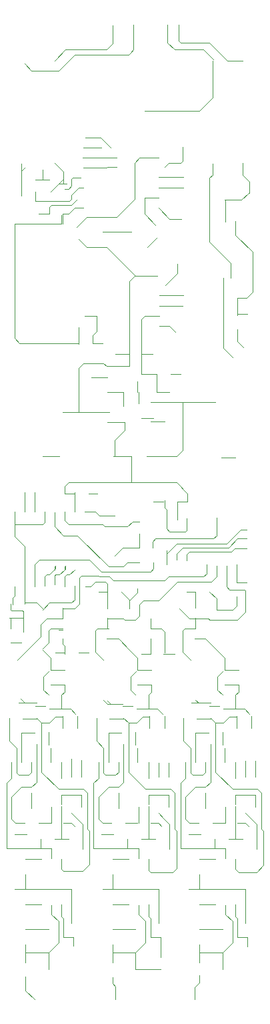
<source format=gtl>
*%FSLAX23Y23*%
*%MOIN*%
G01*
D20*
X4438Y4267D02*
X4553Y4382D01*
X4893Y4732D02*
X4738Y4887D01*
X4913Y2807D02*
X5028D01*
X4968D02*
X4913D01*
X5348D02*
X5403D01*
X5348D02*
X5463D01*
X4593D02*
X4478D01*
X4533D01*
X5028Y2722D02*
X5153D01*
X5348Y2922D02*
X5463D01*
X4718Y2882D02*
X4668D01*
X4593Y2922D02*
X4478D01*
X5103Y2882D02*
X5153D01*
X5028Y2922D02*
X4913D01*
X5538Y2882D02*
X5588D01*
X5353Y3122D02*
X5293D01*
X4913D02*
X4863D01*
X4478D02*
X4423D01*
X5348D02*
X5578D01*
X4708D02*
X4478D01*
Y3047D02*
X4558D01*
X4913Y3122D02*
X5143D01*
X4993Y3047D02*
X4913D01*
X5348D02*
X5428D01*
X4743Y3212D02*
X4668D01*
X4708D02*
X4763D01*
X5103Y3207D02*
X5213D01*
X5173D01*
X5543D02*
X5633D01*
X4918Y3397D02*
X4858D01*
X5068Y3372D02*
X5128D01*
X5093D02*
X5058D01*
X4898Y3397D02*
X4858D01*
X4973Y3327D02*
X5043D01*
X4998D02*
X4858D01*
X4818D01*
X5253D02*
X5293D01*
X5433D01*
X5408D02*
X5478D01*
X5333Y3397D02*
X5293D01*
X5493Y3372D02*
X5528D01*
X5503D02*
X5563D01*
X5353Y3397D02*
X5293D01*
X4483D02*
X4423D01*
X4633Y3372D02*
X4693D01*
X4658D02*
X4623D01*
X4463Y3397D02*
X4423D01*
X4538Y3327D02*
X4608D01*
X4563D02*
X4423D01*
X4383D01*
X4478Y3272D02*
X4558D01*
X4913D02*
X4993D01*
X5348D02*
X5428D01*
X5203Y3622D02*
X5153D01*
X5183D02*
X5078D01*
X5093Y3592D02*
X5193D01*
X5528D02*
X5628D01*
X5618Y3622D02*
X5513D01*
X5588D02*
X5638D01*
X4708Y3452D02*
X4668D01*
X4473D02*
X4428D01*
X4543D02*
X4603D01*
X4718Y3622D02*
X4768D01*
X4748D02*
X4643D01*
X4658Y3592D02*
X4758D01*
X5103Y3452D02*
X5143D01*
X4908D02*
X4863D01*
X4978D02*
X5038D01*
X5413D02*
X5473D01*
X5343D02*
X5298D01*
X5538D02*
X5578D01*
X5363Y3692D02*
X5313D01*
X4493D02*
X4443D01*
X4473Y3632D02*
X4508D01*
X4458D01*
X4878Y3692D02*
X4928D01*
X4943Y3632D02*
X4908D01*
X4893D02*
X4943D01*
X5328D02*
X5378D01*
X5343D01*
X4968Y3972D02*
X4898D01*
X5063Y3982D02*
X5098D01*
X5033Y3952D02*
X4993D01*
X5328Y3902D02*
X5393D01*
X5428Y3952D02*
X5468D01*
X5498Y3982D02*
X5533D01*
X5403Y3972D02*
X5333D01*
X4533D02*
X4463D01*
X4628Y3982D02*
X4663D01*
X4598Y3952D02*
X4558D01*
X4523Y3902D02*
X4458D01*
X4893D02*
X4958D01*
X5038Y4142D02*
X5108D01*
X5473D02*
X5543D01*
X4683Y4022D02*
X4658D01*
X4673Y4142D02*
X4603D01*
X4598Y4022D02*
X4688D01*
X4673D02*
X4703D01*
X4513Y4052D02*
X4443D01*
X4483D02*
X4533D01*
X4528Y4037D02*
X4578D01*
X5093Y4022D02*
X5118D01*
X5123D02*
X5033D01*
X5108D02*
X5138D01*
X5013Y4037D02*
X4963D01*
X5398D02*
X5448D01*
X5543Y4022D02*
X5573D01*
X5558D02*
X5468D01*
X5528D02*
X5553D01*
X4963Y4047D02*
X4888D01*
X5308Y4052D02*
X5403D01*
X4458Y4352D02*
X4403D01*
X4603Y4217D02*
X4673D01*
X5038D02*
X5108D01*
X5473D02*
X5543D01*
X4943Y4372D02*
X4883D01*
X5058Y4297D02*
X5103D01*
X4673Y4302D02*
X4628D01*
X4743D02*
X4793D01*
X5168Y4297D02*
X5223D01*
X5323Y4372D02*
X5378D01*
X4458Y6582D02*
Y6662D01*
Y6697D02*
Y6742D01*
Y6707D02*
Y6667D01*
X4473Y5102D02*
Y5007D01*
X4468Y4477D02*
Y4407D01*
X4403Y4422D02*
Y4477D01*
X4423Y4897D02*
Y4942D01*
X4413Y4577D02*
Y4542D01*
X4423Y4587D02*
Y4632D01*
X4403Y4547D02*
Y4517D01*
X4468Y4507D02*
Y4477D01*
X4423Y4882D02*
Y5007D01*
X4473Y4832D02*
Y4547D01*
Y4632D01*
X4398Y3977D02*
Y3907D01*
Y3862D01*
X4433Y3827D02*
Y3747D01*
Y3702D01*
X4458Y3762D02*
Y3902D01*
X4408Y3527D02*
Y3472D01*
Y3677D02*
Y3757D01*
X4383Y3652D02*
Y3592D01*
X4458Y3757D02*
Y3837D01*
X4408Y3552D02*
Y3487D01*
X4383Y3437D02*
Y3327D01*
Y3437D02*
Y3602D01*
X4478Y3197D02*
Y3122D01*
Y2832D02*
Y2807D01*
Y2797D01*
Y2757D02*
Y2847D01*
Y2687D02*
Y2617D01*
X4408Y3527D02*
Y3582D01*
X4458Y6707D02*
X4478Y6727D01*
X4423Y4587D02*
X4413Y4577D01*
X4458Y3632D02*
X4408Y3582D01*
X4383Y3652D02*
X4408Y3677D01*
X4508Y7207D02*
X4473Y7242D01*
X4403Y4517D02*
X4408Y4512D01*
X4463D02*
X4468Y4507D01*
X4473Y4832D02*
X4423Y4882D01*
X4453Y4072D02*
X4473Y4052D01*
X4398Y3862D02*
X4433Y3827D01*
Y3702D02*
X4443Y3692D01*
X4408Y3472D02*
X4428Y3452D01*
X4478Y2617D02*
X4523Y2572D01*
X5068Y4562D02*
X5143D01*
X5028Y4467D02*
X5023D01*
X5018D01*
X4973D01*
X4968Y4472D02*
X4903D01*
X4468Y4477D02*
X4398D01*
X4408Y4512D02*
X4433D01*
X4463D01*
X4473Y4552D02*
X4533D01*
X4598D02*
X4708D01*
X4723Y4522D02*
X4663D01*
Y4417D02*
X4643D01*
X4663Y4472D02*
X4583D01*
X4603Y4422D02*
X4663D01*
X4838D02*
X4893D01*
X5273D02*
X5328D01*
X5158D02*
X5103D01*
X5298Y4472D02*
X5328D01*
X4938D02*
X4888D01*
X5328D02*
X5393D01*
X5398Y4467D02*
X5468D01*
X5433D02*
X5518D01*
X5538D01*
X5513Y4517D02*
X5433D01*
X4623Y4717D02*
Y4732D01*
X4673D02*
Y4717D01*
X4678Y4722D02*
Y4737D01*
X4628D02*
Y4722D01*
X4573Y4682D02*
Y4637D01*
X4623Y4642D02*
Y4687D01*
X4673Y4682D02*
Y4632D01*
X4563Y6662D02*
Y6712D01*
X4668Y6702D02*
Y6647D01*
X4623Y5002D02*
Y4932D01*
X4673Y4962D02*
Y5007D01*
X4523D02*
Y5102D01*
X4573Y5007D02*
Y4952D01*
X4523Y4742D02*
Y4727D01*
Y4632D01*
X4568Y4182D02*
Y4117D01*
X4603Y4217D02*
Y4277D01*
X4658Y4092D02*
Y4022D01*
X4673Y4107D02*
Y4142D01*
X4558Y3952D02*
Y3757D01*
X4663Y3927D02*
Y3987D01*
X4508Y3757D02*
Y3707D01*
X4533Y3722D02*
Y3657D01*
X4593Y3842D02*
Y3907D01*
X4508Y3602D02*
Y3527D01*
X4603Y3757D02*
Y3827D01*
X4533Y3722D02*
Y3707D01*
Y3717D02*
Y3847D01*
X4608Y3532D02*
Y3452D01*
X4658Y3412D02*
Y3537D01*
X4558Y3707D02*
Y3782D01*
X4658Y3757D02*
Y3677D01*
X4553Y3372D02*
Y3327D01*
X4608D02*
Y3282D01*
Y3277D02*
Y3327D01*
X4658Y3547D02*
Y3592D01*
Y3417D02*
Y3377D01*
X4643Y2882D02*
Y2857D01*
X4668Y2882D02*
Y2977D01*
X4658Y2987D02*
Y3047D01*
X4643Y2962D02*
Y2857D01*
X4608Y2997D02*
Y3002D01*
Y3042D01*
X4593Y2807D02*
Y2722D01*
X4553Y4382D02*
Y4442D01*
X4663Y4472D02*
Y4527D01*
X4593Y4412D02*
Y4352D01*
X4658Y3272D02*
Y3222D01*
X4673Y4297D02*
Y4337D01*
X4663Y4347D02*
Y4372D01*
X4528Y6557D02*
Y6602D01*
X4598Y6527D02*
Y6492D01*
X4663D02*
Y6442D01*
X4678Y4722D02*
X4673Y4717D01*
X4583Y4692D02*
X4573Y4682D01*
X4598Y4692D02*
X4628Y4722D01*
Y4692D02*
X4623Y4687D01*
X4648Y4692D02*
X4673Y4717D01*
X4683Y4692D02*
X4673Y4682D01*
X4603Y6602D02*
X4663Y6662D01*
X4643Y7207D02*
X4723Y7287D01*
X4678Y7312D02*
X4623Y7257D01*
X4573Y4952D02*
X4563Y4942D01*
X4548Y4767D02*
X4523Y4742D01*
X4598Y4552D02*
X4563Y4517D01*
X4598Y4212D02*
X4568Y4182D01*
X4658Y4092D02*
X4673Y4107D01*
X4628Y3982D02*
X4598Y3952D01*
X4508Y3707D02*
X4493Y3692D01*
X4533Y3657D02*
X4508Y3632D01*
X4643Y2857D02*
X4593Y2807D01*
X4553Y4442D02*
X4583Y4472D01*
X4603Y4422D02*
X4593Y4412D01*
Y4352D02*
X4563Y4322D01*
X4598Y6527D02*
X4608Y6537D01*
X4668Y6702D02*
X4623Y6747D01*
Y4932D02*
X4668Y4887D01*
X4693Y4942D02*
X4673Y4962D01*
X4533Y4552D02*
X4563Y4522D01*
X4568Y4117D02*
X4593Y4092D01*
X4603Y4277D02*
X4563Y4317D01*
X4533Y3977D02*
X4558Y3952D01*
Y3707D02*
X4643Y3622D01*
X4658Y2987D02*
X4668Y2977D01*
X4643Y2962D02*
X4608Y2997D01*
X4668Y3212D02*
X4658Y3222D01*
X4673Y4337D02*
X4663Y4347D01*
X4598Y4692D02*
X4583D01*
X4628D02*
X4648D01*
X4683D02*
X4698D01*
X5533Y4652D02*
X5583D01*
X5053Y4707D02*
X4858D01*
X4893Y4732D02*
X4968D01*
X4988Y4752D02*
X5048D01*
X4798Y4767D02*
X4548D01*
X5193Y4682D02*
X5368D01*
X5173Y4662D02*
X4918D01*
X4898Y4682D02*
X4848D01*
X5238Y4657D02*
X5408D01*
X5103Y4707D02*
X5053D01*
X5098D02*
X4908D01*
X4783Y4767D02*
X4548D01*
X5283Y4607D02*
X5328D01*
X4888D02*
X4843D01*
X5498Y4617D02*
X5573D01*
X4843Y4687D02*
X4758D01*
X4848Y4682D02*
X4888D01*
X4878Y4657D02*
X4828D01*
X4803Y4632D02*
X4778D01*
X4758Y3767D02*
Y3682D01*
X4708D02*
Y3772D01*
X4833Y5907D02*
Y5982D01*
X4813Y5887D02*
Y5847D01*
X4708Y6632D02*
Y6667D01*
X4723Y4637D02*
Y4567D01*
X4748Y4547D02*
Y4652D01*
X4868Y3827D02*
Y3747D01*
Y3702D01*
X4738Y3927D02*
Y3987D01*
X4788Y3602D02*
Y3522D01*
X4763Y3447D02*
Y3377D01*
X4798Y3352D02*
Y3332D01*
Y3342D01*
X4788Y3422D02*
Y3527D01*
X4798Y3412D02*
Y3342D01*
X4763Y3372D02*
Y3417D01*
X4758Y3532D02*
Y3592D01*
X4708Y3122D02*
Y3047D01*
Y2952D01*
X4833Y3907D02*
Y3977D01*
Y3907D02*
Y3862D01*
X4843Y3527D02*
Y3472D01*
Y3677D02*
Y3757D01*
X4818Y3652D02*
Y3592D01*
X4843Y3552D02*
Y3487D01*
X4818Y3437D02*
Y3327D01*
Y3437D02*
Y3602D01*
X4798Y3362D02*
Y3247D01*
X4763Y3322D02*
Y3377D01*
X4828Y4307D02*
Y4412D01*
X4748Y4582D02*
Y4647D01*
Y4637D02*
Y4677D01*
X4723Y5007D02*
Y5102D01*
X4708Y6567D02*
Y6587D01*
X4843Y3582D02*
Y3527D01*
X4698Y4692D02*
X4723Y4717D01*
X4813Y5887D02*
X4833Y5907D01*
X4708Y6587D02*
X4738Y6617D01*
X4708Y6667D02*
X4713Y6672D01*
X4708Y6632D02*
X4693Y6617D01*
X4723Y4567D02*
X4708Y4552D01*
X4723Y4522D02*
X4748Y4547D01*
X4893Y3632D02*
X4843Y3582D01*
X4818Y3652D02*
X4843Y3677D01*
X4798Y3247D02*
X4763Y3212D01*
X4828Y4412D02*
X4838Y4422D01*
X4748Y4677D02*
X4758Y4687D01*
X4803Y4632D02*
X4828Y4657D01*
X4698Y6557D02*
X4708Y6567D01*
Y6587D02*
X4748Y6627D01*
X4738Y6567D02*
X4708Y6537D01*
X4723Y6522D02*
X4693Y6492D01*
X4798Y4767D02*
X4858Y4707D01*
X4873Y4932D02*
X4863Y4942D01*
X4868Y3702D02*
X4878Y3692D01*
X4728Y3997D02*
X4703Y4022D01*
X4708Y3452D02*
X4723Y3437D01*
X4788Y3602D02*
X4768Y3622D01*
X4733Y3477D02*
X4763Y3447D01*
X4733Y3477D02*
X4708Y3502D01*
X4788Y3422D02*
X4798Y3412D01*
X4868Y3827D02*
X4833Y3862D01*
X4843Y3472D02*
X4863Y3452D01*
X4868Y4267D02*
X4828Y4307D01*
X4868Y4067D02*
X4888Y4047D01*
X4848Y4682D02*
X4843Y4687D01*
X4848Y4987D02*
X4828Y5007D01*
X4903Y6822D02*
X4853Y6872D01*
X5408Y4847D02*
X5483D01*
X5553Y4917D02*
X5558D01*
X5583D01*
Y4872D02*
X5538D01*
X5493Y4827D02*
X5473D01*
X5403D01*
X5523Y4822D02*
X5583D01*
X5508Y4807D02*
X5403D01*
X5433Y4847D02*
X5233D01*
X5263Y4827D02*
X5433D01*
X5443Y4807D02*
X5298D01*
X5418Y4872D02*
X5128D01*
X4683Y4887D02*
X4668D01*
X4673D02*
X4738D01*
X4963Y4827D02*
X5048D01*
Y4957D02*
X5013D01*
X4988Y4932D02*
X4873D01*
X4863Y4942D02*
X4708D01*
X4693D01*
X4563D02*
X4423D01*
X5198Y4907D02*
X5278D01*
X4923Y4987D02*
X4848D01*
X4913Y2682D02*
Y2652D01*
X4928Y2637D02*
Y2572D01*
X5018Y7312D02*
Y7437D01*
X4913Y7432D02*
Y7342D01*
X5048Y4897D02*
Y4827D01*
Y4542D02*
Y4487D01*
X5038Y4602D02*
Y4622D01*
X4893Y3902D02*
Y3762D01*
Y3757D02*
Y3837D01*
X4913Y3197D02*
Y3122D01*
Y2832D02*
Y2807D01*
Y2797D01*
Y2757D02*
Y2847D01*
X5003Y4117D02*
Y4182D01*
X5038Y4217D02*
Y4277D01*
X4993Y3952D02*
Y3757D01*
X4943D02*
Y3707D01*
X4968Y3722D02*
Y3657D01*
X5028Y3842D02*
Y3907D01*
X4943Y3602D02*
Y3527D01*
X5038Y3757D02*
Y3827D01*
X4968Y3722D02*
Y3707D01*
Y3717D02*
Y3847D01*
X5043Y3532D02*
Y3452D01*
X4993Y3707D02*
Y3782D01*
X4988Y3372D02*
Y3327D01*
X5043D02*
Y3282D01*
Y3277D02*
Y3327D01*
Y3002D02*
Y2997D01*
Y3002D02*
Y3042D01*
X5028Y2807D02*
Y2722D01*
X4888Y4422D02*
Y4477D01*
X4998Y4522D02*
Y4567D01*
X4888Y4607D02*
Y4522D01*
Y4607D02*
Y4647D01*
X4968Y5532D02*
Y5602D01*
X5038D02*
Y5657D01*
X5043Y5602D02*
Y5547D01*
X4993Y7287D02*
X5003Y7297D01*
X5018Y7312D01*
X4913Y7342D02*
X4883Y7312D01*
X4988Y4752D02*
X4968Y4732D01*
X4923Y4787D02*
X4963Y4827D01*
X5068Y4562D02*
X5058Y4552D01*
X5048Y4542D01*
Y4487D02*
X5028Y4467D01*
X4998Y4562D02*
X5038Y4602D01*
X4988Y4932D02*
X5013Y4957D01*
X5033Y4212D02*
X5003Y4182D01*
X5063Y3982D02*
X5033Y3952D01*
X4943Y3707D02*
X4928Y3692D01*
X4968Y3657D02*
X4943Y3632D01*
X5078Y2857D02*
X5028Y2807D01*
X4883Y6722D02*
X4888Y6727D01*
X4913Y2652D02*
X4928Y2637D01*
X4918Y4662D02*
X4898Y4682D01*
X4968Y4472D02*
X4973Y4467D01*
X5003Y4117D02*
X5028Y4092D01*
X5038Y4277D02*
X4998Y4317D01*
X4968Y3977D02*
X4993Y3952D01*
Y3707D02*
X5078Y3622D01*
X5043Y2997D02*
X5078Y2962D01*
X4903Y4047D02*
X4888Y4062D01*
X4998Y4317D02*
X4943Y4372D01*
X4998Y4567D02*
X4958Y4607D01*
X4888Y4647D02*
X4878Y4657D01*
X4838Y5097D02*
X4793D01*
X5238Y5057D02*
X5288D01*
X5168D02*
X5118D01*
X4723Y5097D02*
X4673D01*
X4773Y5007D02*
X4828D01*
X5183Y4812D02*
Y4742D01*
Y4767D02*
Y4797D01*
X5233D02*
Y4767D01*
X5193Y3752D02*
Y3682D01*
X5143D02*
Y3752D01*
X5188Y7347D02*
Y7437D01*
X5243D02*
Y7357D01*
X5113Y4857D02*
Y4827D01*
X5118Y4752D02*
Y4722D01*
X5253Y3602D02*
Y3437D01*
Y3327D01*
Y3592D02*
Y3652D01*
X5093Y4022D02*
Y4092D01*
X5108Y4107D02*
Y4142D01*
X5098Y3987D02*
Y3927D01*
X5093Y3537D02*
Y3412D01*
Y3677D02*
Y3757D01*
Y3592D02*
Y3547D01*
Y3417D02*
Y3377D01*
X5103Y2977D02*
Y2882D01*
X5093Y2987D02*
Y3047D01*
X5173Y3927D02*
Y3987D01*
X5223Y3602D02*
Y3522D01*
X5198Y3447D02*
Y3377D01*
X5233Y3352D02*
Y3332D01*
Y3342D01*
X5223Y3422D02*
Y3527D01*
X5233Y3412D02*
Y3342D01*
X5198Y3372D02*
Y3417D01*
X5193Y3532D02*
Y3592D01*
X5143Y3122D02*
Y3047D01*
X5153Y2882D02*
Y2782D01*
X5143Y2952D02*
Y3047D01*
X5078Y2882D02*
Y2857D01*
Y2962D01*
X5093Y3217D02*
Y3272D01*
X5233Y3227D02*
Y3362D01*
X5198Y3382D02*
Y3322D01*
X5103Y4297D02*
Y4332D01*
Y4372D01*
X5263Y4332D02*
Y4412D01*
Y4347D02*
Y4307D01*
X5103Y4422D02*
Y4472D01*
X5173Y4407D02*
Y4302D01*
X5238Y4967D02*
Y5057D01*
X5183Y5017D02*
Y4967D01*
X5173Y5027D02*
Y5062D01*
X5183Y4967D02*
Y4922D01*
X5263Y6757D02*
Y6827D01*
X5238Y6242D02*
Y6197D01*
X5233Y4847D02*
X5183Y4797D01*
X5233D02*
X5263Y4827D01*
X5128Y4872D02*
X5113Y4857D01*
X5193Y4682D02*
X5173Y4662D01*
X5238Y4657D02*
X5143Y4562D01*
X5103Y4707D02*
X5118Y4722D01*
X5278Y3677D02*
X5253Y3652D01*
X5093Y4092D02*
X5108Y4107D01*
X5233Y3227D02*
X5213Y3207D01*
X5263Y4412D02*
X5273Y4422D01*
X5173Y6727D02*
X5193Y6747D01*
X5253D02*
X5263Y6757D01*
X5238Y6197D02*
X5178Y6137D01*
X5223Y7312D02*
X5188Y7347D01*
X5243Y7357D02*
X5253Y7347D01*
X5093Y2987D02*
X5103Y2977D01*
X5163Y3997D02*
X5138Y4022D01*
X5143Y3452D02*
X5158Y3437D01*
X5223Y3602D02*
X5203Y3622D01*
X5168Y3477D02*
X5198Y3447D01*
X5168Y3477D02*
X5143Y3502D01*
X5223Y3422D02*
X5233Y3412D01*
X5093Y3217D02*
X5103Y3207D01*
X5303Y4267D02*
X5263Y4307D01*
X5173Y4407D02*
X5158Y4422D01*
X5248Y4522D02*
X5273Y4497D01*
X5183Y5017D02*
X5173Y5027D01*
X5183Y4922D02*
X5198Y4907D01*
Y6467D02*
X5143Y6522D01*
X5198Y5932D02*
X5228Y5902D01*
X5348Y2692D02*
Y2657D01*
X5323Y2632D02*
Y2572D01*
X5283Y4762D02*
Y4792D01*
X5433Y4887D02*
Y4977D01*
Y4722D02*
Y4682D01*
X5438Y4182D02*
Y4117D01*
X5423Y3372D02*
Y3327D01*
X5428Y3707D02*
Y3782D01*
X5403Y3717D02*
Y3847D01*
Y3722D02*
Y3707D01*
Y3722D02*
Y3657D01*
X5428Y3757D02*
Y3952D01*
X5378Y3602D02*
Y3527D01*
Y3707D02*
Y3757D01*
X5348Y2847D02*
Y2757D01*
Y2797D02*
Y2807D01*
Y2832D01*
Y3122D02*
Y3197D01*
X5278Y3487D02*
Y3552D01*
X5328Y3757D02*
Y3837D01*
X5278Y3757D02*
Y3677D01*
Y3527D02*
Y3472D01*
X5328Y3762D02*
Y3902D01*
X5303Y3747D02*
Y3702D01*
Y3747D02*
Y3827D01*
X5268Y3862D02*
Y3907D01*
Y3977D01*
X5328Y4527D02*
Y4607D01*
X5433Y4572D02*
Y4517D01*
X5328Y4477D02*
Y4422D01*
X5383Y4697D02*
Y4742D01*
X5433Y4737D02*
Y4682D01*
X5283Y4912D02*
Y4972D01*
X5278Y3582D02*
Y3527D01*
X5348Y2657D02*
X5323Y2632D01*
X5283Y4792D02*
X5298Y4807D01*
X5418Y4872D02*
X5433Y4887D01*
Y4682D02*
X5428Y4677D01*
X5408Y4657D01*
X5468Y4212D02*
X5438Y4182D01*
X5403Y3657D02*
X5378Y3632D01*
X5363Y3692D02*
X5378Y3707D01*
X5328Y3632D02*
X5278Y3582D01*
X5368Y4682D02*
X5383Y4697D01*
X5408Y4657D02*
X5433Y4682D01*
X5278Y4907D02*
X5283Y4912D01*
X5418Y7262D02*
X5368Y7312D01*
X5398Y7347D02*
X5488Y7257D01*
X5433Y4317D02*
X5473Y4277D01*
X5438Y4117D02*
X5463Y4092D01*
X5428Y3707D02*
X5513Y3622D01*
X5428Y3952D02*
X5403Y3977D01*
X5278Y3472D02*
X5298Y3452D01*
X5313Y3692D02*
X5303Y3702D01*
Y3827D02*
X5268Y3862D01*
X5343Y4052D02*
X5328Y4067D01*
X5433Y4572D02*
X5398Y4607D01*
X5378Y4372D02*
X5433Y4317D01*
X5298Y4472D02*
X5273Y4497D01*
X5393Y4472D02*
X5398Y4467D01*
X5193Y5552D02*
X5103D01*
Y5457D02*
X5173D01*
X5118Y5472D02*
X5058D01*
X4973Y5452D02*
X4888D01*
X5628Y3762D02*
Y3682D01*
X5578D02*
Y3762D01*
X5628Y3592D02*
Y3532D01*
X5633Y3417D02*
Y3372D01*
Y3377D02*
Y3447D01*
X5578Y3047D02*
Y2952D01*
Y3047D02*
Y3122D01*
X5608Y3927D02*
Y3987D01*
X5478Y3042D02*
Y3002D01*
Y2997D01*
X5513Y2962D02*
Y2857D01*
X5528Y2987D02*
Y3047D01*
X5538Y2977D02*
Y2882D01*
X5513D02*
Y2857D01*
X5528Y3377D02*
Y3417D01*
Y3547D02*
Y3592D01*
X5478Y3327D02*
Y3277D01*
Y3282D02*
Y3327D01*
X5528Y3677D02*
Y3757D01*
Y3537D02*
Y3412D01*
X5478Y3452D02*
Y3532D01*
X5473Y3757D02*
Y3827D01*
X5533Y3927D02*
Y3987D01*
X5543Y4107D02*
Y4142D01*
X5528Y4092D02*
Y4022D01*
X5473Y4217D02*
Y4277D01*
X5463Y2807D02*
Y2722D01*
Y3842D02*
Y3907D01*
X5528Y3272D02*
Y3222D01*
X5633Y3322D02*
Y3377D01*
X5533Y4652D02*
Y4742D01*
X5578Y4597D02*
Y4507D01*
Y4597D02*
Y4612D01*
X5483Y4632D02*
Y4737D01*
X5533Y4582D02*
Y4537D01*
X5483Y4847D02*
X5553Y4917D01*
X5538Y4872D02*
X5493Y4827D01*
X5508Y4807D02*
X5523Y4822D01*
X5543Y4107D02*
X5528Y4092D01*
X5513Y2857D02*
X5463Y2807D01*
X5468Y3952D02*
X5498Y3982D01*
X5668Y3242D02*
X5633Y3207D01*
X5538Y4467D02*
X5578Y4507D01*
X5533Y4537D02*
X5513Y4517D01*
X5638Y3622D02*
X5658Y3602D01*
X5578Y3502D02*
X5603Y3477D01*
X5633Y3447D01*
X5593Y3437D02*
X5578Y3452D01*
X5598Y3997D02*
X5573Y4022D01*
X5478Y2997D02*
X5513Y2962D01*
X5528Y2987D02*
X5538Y2977D01*
X5543Y3207D02*
X5528Y3222D01*
X5578Y4612D02*
X5573Y4617D01*
X5498D02*
X5483Y4632D01*
X4968Y5602D02*
X4888D01*
X5668Y3412D02*
Y3342D01*
Y3332D01*
Y3352D01*
X5658Y3422D02*
Y3527D01*
Y3522D02*
Y3602D01*
X5668Y3357D02*
Y3267D01*
Y3287D02*
Y3242D01*
Y3412D02*
X5658Y3422D01*
X4863Y5847D02*
X4813D01*
X5148Y5932D02*
X5198D01*
X4833Y5982D02*
X4803D01*
X4773D02*
X4833D01*
X5148Y6032D02*
X5263D01*
X5268Y6087D02*
X5148D01*
X5198Y6467D02*
X5258D01*
X4698Y6557D02*
X4553D01*
X4528D01*
X4623Y6537D02*
X4708D01*
X4623D02*
X4608D01*
X4663Y6492D02*
X4693D01*
X4723Y6522D02*
X4768D01*
X4683Y6642D02*
X4643D01*
X4663Y6662D02*
X4668D01*
X4713Y6672D02*
X4753D01*
X4693Y6617D02*
X4673D01*
X4743Y6622D02*
X4768D01*
X4598Y6662D02*
X4528D01*
X4563D01*
X5143Y6677D02*
X5268D01*
X5253Y6747D02*
X5193D01*
X5143Y6622D02*
X5268D01*
X4868Y6722D02*
X4768D01*
X4833D02*
X4883D01*
X4888Y6727D02*
X4933D01*
X4858Y6822D02*
X4768D01*
X4763Y6772D02*
X4863D01*
X4853Y6872D02*
X4778D01*
X4783Y6772D02*
X4933D01*
X4643Y7207D02*
X4508D01*
X4723Y7287D02*
X4993D01*
X4883Y7312D02*
X4693D01*
X5223D02*
X5238D01*
X5368D01*
X5488Y7257D02*
X5563D01*
X4793Y7312D02*
X4678D01*
X5383Y7347D02*
X5398D01*
X5383D02*
X5253D01*
D21*
X5593Y6597D02*
X5558Y6562D01*
X5528D01*
X5473D01*
D22*
X4768Y5747D02*
X4743Y5722D01*
X4693Y5152D02*
X4673Y5132D01*
X5348Y7007D02*
X5413Y7072D01*
X5613Y6102D02*
X5583Y6072D01*
X5558Y6562D02*
X5593Y6597D01*
X5413Y6687D02*
X5398Y6672D01*
X5073Y5982D02*
X5058Y5967D01*
X4998Y6157D02*
X5023Y6182D01*
X5088Y6327D02*
X5138Y6377D01*
X4783Y6477D02*
X4733Y6427D01*
X4933Y6477D02*
X5023Y6567D01*
Y6747D02*
X5048Y6772D01*
X5263Y5312D02*
X5238Y5287D01*
X5233Y5282D02*
X5243Y5292D01*
X4973Y5412D02*
X4923Y5362D01*
X4883Y5732D02*
X4868Y5747D01*
X5233Y5152D02*
X5263Y5122D01*
X5258Y5127D02*
X5288Y5097D01*
X4448Y5847D02*
X4423Y5872D01*
X5528Y6387D02*
X5613Y6302D01*
X5538Y5857D02*
X5568Y5827D01*
X5503Y6247D02*
X5398Y6352D01*
X5598Y6652D02*
X5563Y6687D01*
X5128Y6437D02*
X5073Y6492D01*
X4783Y6327D02*
X4743Y6367D01*
X4883Y6327D02*
X5028Y6182D01*
X5468Y5822D02*
X5513Y5777D01*
X4423Y5872D02*
Y6007D01*
Y5947D02*
Y6442D01*
X4673Y5132D02*
Y5097D01*
X4658Y6442D02*
Y6487D01*
X4743Y5722D02*
Y5677D01*
Y5692D02*
Y5632D01*
Y5842D02*
Y5927D01*
Y5692D02*
Y5502D01*
X4718Y2882D02*
Y2839D01*
X4998Y5732D02*
Y5792D01*
X5008Y5282D02*
Y5152D01*
X5058Y5862D02*
Y5967D01*
Y5862D02*
Y5692D01*
X4998Y5752D02*
Y6157D01*
X5023Y6567D02*
Y6747D01*
X4973Y5452D02*
Y5412D01*
X4923Y5362D02*
Y5287D01*
X5008Y5152D02*
X5068D01*
X5098D02*
X5233D01*
X5143D02*
X4693D01*
X5133Y5602D02*
Y5692D01*
X5073Y6492D02*
Y6572D01*
X5263Y5552D02*
Y5312D01*
X5154Y2885D02*
Y2791D01*
X5083Y5282D02*
X5228D01*
X5233D01*
X5458Y5277D02*
X5528D01*
X5008Y5282D02*
X4918D01*
X4648D02*
X4563D01*
X5288Y5097D02*
Y5057D01*
X5413Y7072D02*
Y7257D01*
X5398Y6602D02*
Y6352D01*
X5413Y6687D02*
Y6742D01*
X5398Y6672D02*
Y6602D01*
X5428Y5552D02*
X5198D01*
X5263D02*
X5428D01*
X4973Y5452D02*
X4888D01*
X4898Y5502D02*
X4663D01*
X5528Y6387D02*
Y6457D01*
X5613Y6302D02*
Y6102D01*
X5538Y6072D02*
Y5987D01*
X5468Y5917D02*
Y5822D01*
X5538Y5857D02*
Y5867D01*
Y5917D01*
X5468D02*
Y6172D01*
X5478Y6452D02*
Y6562D01*
X5503Y6247D02*
Y6172D01*
X5563Y6687D02*
Y6747D01*
X5598Y6652D02*
Y6597D01*
X5588Y2881D02*
Y2837D01*
X4888Y5677D02*
X4808D01*
X4883Y5732D02*
X4998D01*
X4868Y5747D02*
X4768D01*
X5058Y5692D02*
X5133D01*
Y5602D02*
X5198D01*
X5203Y5692D02*
X5253D01*
X4743Y5847D02*
X4448D01*
X4928Y5792D02*
X4998D01*
X5058D02*
X5113D01*
X5538Y5992D02*
X5588D01*
X5583Y6072D02*
X5538D01*
X5148Y5982D02*
X5073D01*
X5023Y6182D02*
X5138D01*
X4858Y6327D02*
X4783D01*
X4833D02*
X4883D01*
X4658Y6442D02*
X4423D01*
X5483Y6562D02*
X5558D01*
X5008Y6402D02*
X4863D01*
X4933Y6477D02*
X4783D01*
X4593Y6492D02*
X4543D01*
X5073Y6572D02*
X5143D01*
Y6772D02*
X5048D01*
X5198Y7007D02*
X5348D01*
X5308D02*
X5073D01*
D23*
X4558Y3047D02*
D03*
X4993D02*
D03*
X5428D02*
D03*
X4408Y3532D02*
D03*
X4843D02*
D03*
X5278D02*
D03*
X5533Y4967D02*
D03*
X4773Y5007D02*
D03*
D25*
X5583Y4432D02*
D03*
Y4387D02*
D03*
Y4342D02*
D03*
X5628Y3682D02*
D03*
X5578D02*
D03*
X5528D02*
D03*
X5588Y2837D02*
D03*
X5593Y3437D02*
D03*
X5633Y3322D02*
D03*
X5583Y4822D02*
D03*
Y4872D02*
D03*
Y4917D02*
D03*
Y4652D02*
D03*
X5483Y5412D02*
D03*
X5528Y5277D02*
D03*
X5578Y5127D02*
D03*
X5483Y5607D02*
D03*
Y5657D02*
D03*
X5588Y5992D02*
D03*
X5513Y5777D02*
D03*
X5293Y3122D02*
D03*
X5378Y3602D02*
D03*
X5348Y3327D02*
D03*
X5353Y3397D02*
D03*
X5423Y5032D02*
D03*
X5393Y5062D02*
D03*
X5293Y5447D02*
D03*
X5283Y4607D02*
D03*
X5288Y5057D02*
D03*
X5368Y6912D02*
D03*
X5348Y6512D02*
D03*
X5338Y5707D02*
D03*
Y5757D02*
D03*
Y5807D02*
D03*
X5343Y5997D02*
D03*
X5308Y5952D02*
D03*
X5346Y6050D02*
D03*
X5143Y3682D02*
D03*
X5193D02*
D03*
X5093D02*
D03*
X5158Y3437D02*
D03*
X5153Y2837D02*
D03*
X5198Y3322D02*
D03*
X5143Y4692D02*
D03*
X5163Y5407D02*
D03*
X5223Y4297D02*
D03*
X5118Y5057D02*
D03*
Y5412D02*
D03*
X5253Y5692D02*
D03*
X5088Y6327D02*
D03*
X5093Y5602D02*
D03*
Y5647D02*
D03*
X4918Y3397D02*
D03*
X4913Y3327D02*
D03*
X4943Y3602D02*
D03*
X5058Y4297D02*
D03*
X4888Y5677D02*
D03*
X4968Y5657D02*
D03*
X4938Y6402D02*
D03*
X5038Y5657D02*
D03*
X4958Y5862D02*
D03*
X4913D02*
D03*
X4903Y6822D02*
D03*
X4933Y6772D02*
D03*
Y6727D02*
D03*
X4863Y3122D02*
D03*
X4708Y3682D02*
D03*
X4758D02*
D03*
X4723Y3437D02*
D03*
X4718Y2837D02*
D03*
X4763Y3322D02*
D03*
X4728Y4722D02*
D03*
X4793Y4302D02*
D03*
X4843Y4607D02*
D03*
X4838Y5097D02*
D03*
X4868Y5907D02*
D03*
Y5957D02*
D03*
X4848Y6007D02*
D03*
Y6057D02*
D03*
Y6107D02*
D03*
X4843Y6257D02*
D03*
X4863Y5847D02*
D03*
X4853Y6822D02*
D03*
X4658Y3682D02*
D03*
X4508Y3602D02*
D03*
X4628Y4737D02*
D03*
X4678D02*
D03*
X4628Y4302D02*
D03*
X4673Y5097D02*
D03*
X4563Y5282D02*
D03*
X4593Y5102D02*
D03*
X4563Y6712D02*
D03*
X4543Y6492D02*
D03*
X4658Y6442D02*
D03*
X4548Y5687D02*
D03*
X4423Y3122D02*
D03*
X4483Y3397D02*
D03*
X4478Y3327D02*
D03*
X4458Y4352D02*
D03*
D32*
X4970Y7082D02*
D03*
X5070D02*
D03*
Y7004D02*
D03*
X4970D02*
D03*
D34*
X4473Y4412D02*
D03*
X5573Y5822D02*
D03*
X5468D02*
D03*
X5093Y5282D02*
D03*
X5113Y5792D02*
D03*
X5008Y5282D02*
D03*
X4938Y5792D02*
D03*
X5598Y6597D02*
D03*
X4721Y2572D02*
D03*
X4521D02*
D03*
X4926D02*
D03*
X5126D02*
D03*
X5522D02*
D03*
X5322D02*
D03*
X4593Y2722D02*
D03*
Y2922D02*
D03*
X5028D02*
D03*
Y2722D02*
D03*
X5463D02*
D03*
Y2922D02*
D03*
X4923Y4787D02*
D03*
Y4987D02*
D03*
X4433Y4267D02*
D03*
Y4067D02*
D03*
X4868D02*
D03*
Y4267D02*
D03*
X5303D02*
D03*
Y4067D02*
D03*
X5433Y4317D02*
D03*
Y4517D02*
D03*
X4998D02*
D03*
Y4317D02*
D03*
X4563D02*
D03*
Y4517D02*
D03*
X5413Y7259D02*
D03*
Y6747D02*
D03*
X5563Y7259D02*
D03*
Y6747D02*
D03*
X4473Y7259D02*
D03*
Y6747D02*
D03*
X4623Y7259D02*
D03*
Y6747D02*
D03*
X4543Y5782D02*
D03*
Y5582D02*
D03*
X5336Y7410D02*
D03*
X4706D02*
D03*
D36*
X4638Y5967D02*
D03*
X4538Y6067D02*
D03*
X4638Y6367D02*
D03*
X4538D02*
D03*
Y6267D02*
D03*
X4638D02*
D03*
Y6167D02*
D03*
X4538D02*
D03*
X4638Y6067D02*
D03*
D38*
X4888Y5452D02*
D03*
X4663Y4522D02*
D03*
X5103D02*
D03*
X5143Y6522D02*
D03*
X5148Y5932D02*
D03*
X5198Y5602D02*
D03*
D45*
X5258Y7189D02*
D03*
X4782D02*
D03*
D47*
X4528Y7411D02*
D03*
X5511D02*
D03*
D52*
X5241Y7438D02*
D03*
X5186D02*
D03*
X5131D02*
D03*
X5076D02*
D03*
X5021D02*
D03*
X4966D02*
D03*
X4911D02*
D03*
X4856D02*
D03*
X4801D02*
D03*
D53*
X4558Y3272D02*
D03*
X4608D02*
D03*
X4658D02*
D03*
X4708D02*
D03*
Y3047D02*
D03*
X4658D02*
D03*
X4608D02*
D03*
X5043D02*
D03*
X5093D02*
D03*
X5143D02*
D03*
Y3272D02*
D03*
X5093D02*
D03*
X5043D02*
D03*
X4993D02*
D03*
X5428D02*
D03*
X5478D02*
D03*
X5528D02*
D03*
X5578D02*
D03*
Y3047D02*
D03*
X5528D02*
D03*
X5478D02*
D03*
X4408Y3757D02*
D03*
X4458D02*
D03*
X4508D02*
D03*
X4558D02*
D03*
X4608D02*
D03*
X4658D02*
D03*
X4708D02*
D03*
X4758D02*
D03*
Y3532D02*
D03*
X4708D02*
D03*
X4658D02*
D03*
X4608D02*
D03*
X4558D02*
D03*
X4508D02*
D03*
X4458D02*
D03*
X4893D02*
D03*
X4943D02*
D03*
X4993D02*
D03*
X5043D02*
D03*
X5093D02*
D03*
X5143D02*
D03*
X5193D02*
D03*
Y3757D02*
D03*
X5143D02*
D03*
X5093D02*
D03*
X5043D02*
D03*
X4993D02*
D03*
X4943D02*
D03*
X4893D02*
D03*
X4843D02*
D03*
X5278D02*
D03*
X5328D02*
D03*
X5378D02*
D03*
X5428D02*
D03*
X5478D02*
D03*
X5528D02*
D03*
X5578D02*
D03*
X5628D02*
D03*
Y3532D02*
D03*
X5578D02*
D03*
X5528D02*
D03*
X5478D02*
D03*
X5428D02*
D03*
X5378D02*
D03*
X5328D02*
D03*
X5483Y4967D02*
D03*
X5433D02*
D03*
X5383D02*
D03*
X5333D02*
D03*
X5283D02*
D03*
X5233D02*
D03*
X5183D02*
D03*
Y4742D02*
D03*
X5233D02*
D03*
X5283D02*
D03*
X5333D02*
D03*
X5383D02*
D03*
X5433D02*
D03*
X5483D02*
D03*
X5533D02*
D03*
X4723Y5007D02*
D03*
X4673D02*
D03*
X4623D02*
D03*
X4573D02*
D03*
X4523D02*
D03*
X4473D02*
D03*
X4423D02*
D03*
Y4632D02*
D03*
X4473D02*
D03*
X4523D02*
D03*
X4573D02*
D03*
X4623D02*
D03*
X4673D02*
D03*
X4723D02*
D03*
X4773D02*
D03*
D59*
X4738Y3927D02*
D03*
X4663D02*
D03*
X4738Y3987D02*
D03*
X4663D02*
D03*
X5098Y3927D02*
D03*
X5173D02*
D03*
X5098Y3987D02*
D03*
X5173D02*
D03*
X5608Y3927D02*
D03*
X5533D02*
D03*
X5608Y3987D02*
D03*
X5533D02*
D03*
X4673Y4217D02*
D03*
Y4142D02*
D03*
X4603Y4217D02*
D03*
Y4142D02*
D03*
X5108D02*
D03*
Y4217D02*
D03*
X5038Y4142D02*
D03*
Y4217D02*
D03*
X5543D02*
D03*
Y4142D02*
D03*
X5473Y4217D02*
D03*
Y4142D02*
D03*
X5478Y6637D02*
D03*
Y6562D02*
D03*
D60*
X4700Y3847D02*
D03*
X4701Y4067D02*
D03*
X5135Y3847D02*
D03*
X5136Y4067D02*
D03*
X5570Y3847D02*
D03*
X5571Y4067D02*
D03*
D62*
X4763Y3372D02*
D03*
X4693D02*
D03*
X5633D02*
D03*
X5563D02*
D03*
X5538Y3452D02*
D03*
X5468D02*
D03*
X5033D02*
D03*
X5103D02*
D03*
X4668D02*
D03*
X4598D02*
D03*
X4473D02*
D03*
X4543D02*
D03*
X4978D02*
D03*
X4908D02*
D03*
X5343D02*
D03*
X5413D02*
D03*
X4553Y3372D02*
D03*
X4623D02*
D03*
X5058D02*
D03*
X4988D02*
D03*
X5423D02*
D03*
X5493D02*
D03*
X5128D02*
D03*
X5198D02*
D03*
X4398Y3907D02*
D03*
X4468D02*
D03*
X4593D02*
D03*
X4523D02*
D03*
Y3842D02*
D03*
X4593D02*
D03*
X4468Y3972D02*
D03*
X4398D02*
D03*
X4903Y3907D02*
D03*
X4833D02*
D03*
Y3972D02*
D03*
X4903D02*
D03*
X4958Y3907D02*
D03*
X5028D02*
D03*
Y3842D02*
D03*
X4958D02*
D03*
X5393D02*
D03*
X5463D02*
D03*
Y3907D02*
D03*
X5393D02*
D03*
X5268D02*
D03*
X5338D02*
D03*
Y3972D02*
D03*
X5268D02*
D03*
X4533Y5097D02*
D03*
X4463D02*
D03*
X5168Y5057D02*
D03*
X5238D02*
D03*
X4723Y5097D02*
D03*
X4793D02*
D03*
X4673Y4302D02*
D03*
X4743D02*
D03*
X5398Y4607D02*
D03*
X5328D02*
D03*
X5173Y4297D02*
D03*
X5103D02*
D03*
X4888Y4607D02*
D03*
X4958D02*
D03*
X5538Y5992D02*
D03*
X5468D02*
D03*
X5538Y6067D02*
D03*
X5468D02*
D03*
Y5917D02*
D03*
X5538D02*
D03*
X4458Y6597D02*
D03*
X4528D02*
D03*
X4667D02*
D03*
X4598D02*
D03*
X4527Y6662D02*
D03*
X4458D02*
D03*
X4668D02*
D03*
X4598D02*
D03*
X4593Y6492D02*
D03*
X4662D02*
D03*
X4812Y5847D02*
D03*
X4743D02*
D03*
X5203Y5692D02*
D03*
X5133D02*
D03*
X4812Y5677D02*
D03*
X4743D02*
D03*
X5037Y5602D02*
D03*
X4968D02*
D03*
D69*
X5153Y2717D02*
D03*
Y2787D02*
D03*
X4478Y2687D02*
D03*
Y2757D02*
D03*
X4913D02*
D03*
Y2687D02*
D03*
X5348D02*
D03*
Y2757D02*
D03*
X4478Y2917D02*
D03*
Y2847D02*
D03*
X4913D02*
D03*
Y2917D02*
D03*
X5348D02*
D03*
Y2847D02*
D03*
X4718Y2952D02*
D03*
Y2883D02*
D03*
X5153D02*
D03*
Y2952D02*
D03*
X5588D02*
D03*
Y2883D02*
D03*
X4478Y3052D02*
D03*
Y3122D02*
D03*
X4913D02*
D03*
Y3052D02*
D03*
X5348D02*
D03*
Y3122D02*
D03*
X4478Y3267D02*
D03*
Y3197D02*
D03*
X4913D02*
D03*
Y3267D02*
D03*
X5348D02*
D03*
Y3197D02*
D03*
X4423Y3327D02*
D03*
Y3397D02*
D03*
X4858D02*
D03*
Y3327D02*
D03*
X5293D02*
D03*
Y3397D02*
D03*
X5118Y5542D02*
D03*
Y5473D02*
D03*
X5048Y4962D02*
D03*
Y4893D02*
D03*
Y4753D02*
D03*
Y4822D02*
D03*
X4468Y4478D02*
D03*
Y4547D02*
D03*
X4403Y4478D02*
D03*
Y4547D02*
D03*
Y4353D02*
D03*
Y4422D02*
D03*
X5113Y4753D02*
D03*
Y4822D02*
D03*
X4533Y3978D02*
D03*
Y4047D02*
D03*
X4598Y4022D02*
D03*
Y4092D02*
D03*
X5033D02*
D03*
Y4022D02*
D03*
X4968Y4047D02*
D03*
Y3978D02*
D03*
X5403D02*
D03*
Y4047D02*
D03*
X5468Y4022D02*
D03*
Y4092D02*
D03*
X5048Y4697D02*
D03*
Y4628D02*
D03*
X5533Y4652D02*
D03*
Y4583D02*
D03*
X5053Y5542D02*
D03*
Y5472D02*
D03*
X4973Y5532D02*
D03*
Y5463D02*
D03*
D71*
X4753Y4179D02*
D03*
X4523Y4180D02*
D03*
X5188Y4179D02*
D03*
X4958Y4180D02*
D03*
X5623Y4179D02*
D03*
X5393Y4180D02*
D03*
X5398Y6600D02*
D03*
D77*
X4863Y6402D02*
D03*
X4728D02*
D03*
X5143D02*
D03*
X5008D02*
D03*
D83*
X4538Y5967D02*
D03*
D88*
X4888Y5502D02*
D03*
Y5552D02*
D03*
Y5602D02*
D03*
X4663D02*
D03*
Y5552D02*
D03*
Y5502D02*
D03*
Y5452D02*
D03*
Y4472D02*
D03*
Y4422D02*
D03*
Y4372D02*
D03*
X4888D02*
D03*
Y4422D02*
D03*
Y4472D02*
D03*
Y4522D02*
D03*
X5328D02*
D03*
Y4472D02*
D03*
Y4422D02*
D03*
Y4372D02*
D03*
X5103D02*
D03*
Y4422D02*
D03*
Y4472D02*
D03*
X4768Y6522D02*
D03*
Y6572D02*
D03*
Y6622D02*
D03*
Y6672D02*
D03*
Y6722D02*
D03*
Y6772D02*
D03*
Y6822D02*
D03*
Y6872D02*
D03*
X5143D02*
D03*
Y6822D02*
D03*
Y6772D02*
D03*
Y6722D02*
D03*
Y6672D02*
D03*
Y6622D02*
D03*
Y6572D02*
D03*
X5148Y5982D02*
D03*
Y6032D02*
D03*
Y6082D02*
D03*
Y6132D02*
D03*
Y6182D02*
D03*
Y6232D02*
D03*
Y6282D02*
D03*
X4773D02*
D03*
Y6232D02*
D03*
Y6182D02*
D03*
Y6132D02*
D03*
Y6082D02*
D03*
Y6032D02*
D03*
Y5982D02*
D03*
Y5932D02*
D03*
X5423Y5602D02*
D03*
Y5552D02*
D03*
Y5502D02*
D03*
Y5452D02*
D03*
X5198D02*
D03*
Y5502D02*
D03*
Y5552D02*
D03*
D89*
X4637Y5282D02*
D03*
X4920D02*
D03*
X5460D02*
D03*
X5177D02*
D03*
D97*
X5268Y6602D02*
D03*
Y6467D02*
D03*
Y6827D02*
D03*
Y6692D02*
D03*
Y6017D02*
D03*
Y5882D02*
D03*
Y6102D02*
D03*
Y6237D02*
D03*
D102*
X5503Y6455D02*
D03*
Y6171D02*
D03*
M02*

</source>
